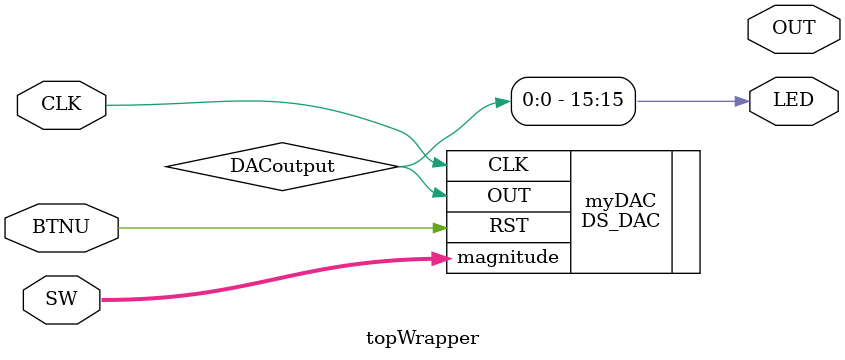
<source format=sv>
`timescale 1ns / 1ps


module topWrapper(
    input CLK, 
    input BTNU,
    input [15:0] SW,
    output [15:0] LED,
    output wire OUT

    );
    
    wire DACoutput;
    DS_DAC myDAC (.CLK(CLK), .magnitude(SW), .OUT(DACoutput), .RST(BTNU));

    assign LED[15] = DACoutput;

endmodule

</source>
